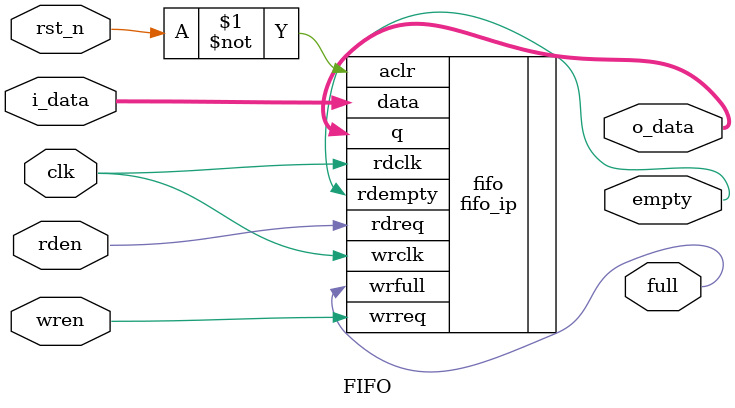
<source format=sv>
module FIFO
#(
  parameter DEPTH=8,
  parameter DATA_WIDTH=8
)
(
  input  clk,
  input  rst_n,
  input  rden,
  input  wren,
  input  [DATA_WIDTH-1:0] i_data,
  output logic [DATA_WIDTH-1:0] o_data,
  output logic full,
  output logic empty
);

fifo_ip fifo(
  .aclr(~rst_n),
  .data(i_data),
  .rdclk(clk),
  .rdreq(rden),
  .wrclk(clk),
  .wrreq(wren),
  .q(o_data),
  .rdempty(empty),
  .wrfull(full)
);

endmodule

</source>
